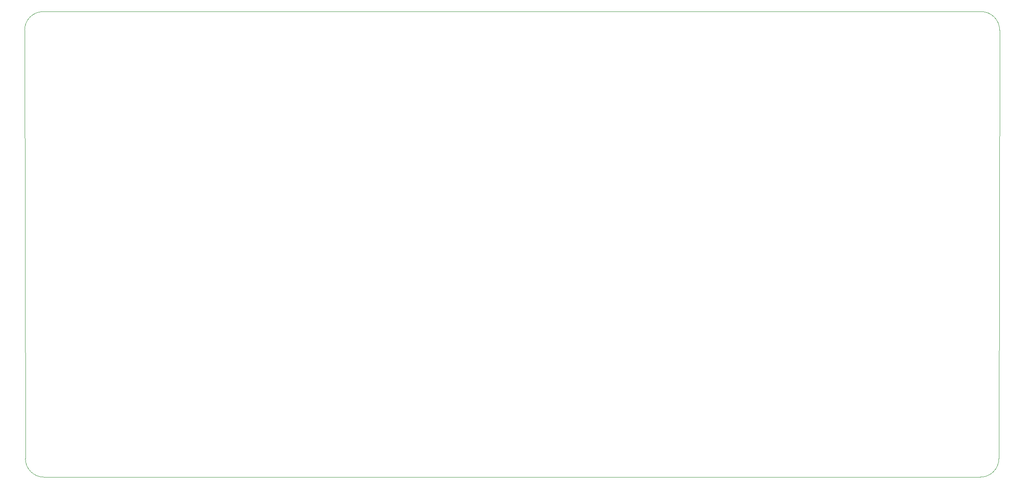
<source format=gbr>
%TF.GenerationSoftware,KiCad,Pcbnew,(6.0.4)*%
%TF.CreationDate,2022-07-03T17:31:01+01:00*%
%TF.ProjectId,MiniFighter Lite,4d696e69-4669-4676-9874-6572204c6974,rev?*%
%TF.SameCoordinates,Original*%
%TF.FileFunction,Profile,NP*%
%FSLAX46Y46*%
G04 Gerber Fmt 4.6, Leading zero omitted, Abs format (unit mm)*
G04 Created by KiCad (PCBNEW (6.0.4)) date 2022-07-03 17:31:01*
%MOMM*%
%LPD*%
G01*
G04 APERTURE LIST*
%TA.AperFunction,Profile*%
%ADD10C,0.100000*%
%TD*%
G04 APERTURE END LIST*
D10*
X125730000Y-170180000D02*
X125575923Y-81810000D01*
X326390000Y-81810000D02*
G75*
G03*
X322580000Y-78000000I-3810000J0D01*
G01*
X129540000Y-173990000D02*
X322425923Y-173990000D01*
X125730000Y-170180000D02*
G75*
G03*
X129540000Y-173990000I3810000J0D01*
G01*
X326235923Y-170180000D02*
X326390000Y-81810000D01*
X129385923Y-78000023D02*
G75*
G03*
X125575923Y-81810000I-23J-3809977D01*
G01*
X322425923Y-173990023D02*
G75*
G03*
X326235923Y-170180000I-23J3810023D01*
G01*
X129385923Y-78000000D02*
X322580000Y-78000000D01*
M02*

</source>
